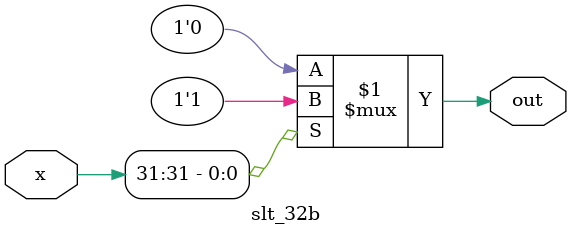
<source format=v>
`timescale 1ns / 1ps

module ALU_32b(
    output [31:0] ALUOut,
    output Zero,
    input [31:0] A,
    input [31:0] B,
    input [3:0] Control
    );
    
    wire [31:0] out00,out01,out0,out1,out20,out21,out2,out3,bin,w1,w2,result;
    wire mode, carry, set, bshft, err;
    
    assign mode = Control[1] | Control[0];
    assign err = (Control[3] & Control[2]) | (~Control[3] & ~Control[2] & Control[1]) | (~Control[2] & Control[1] & Control[0]) | (Control[2] & ~Control[1] & Control[0]);
    
    and_32b u1(out00,A,B);
    or_32b u2(out01,A,B);
    assign out0 = Control[0] ? out01 : out00;
    
    assign bshft = |B[31:6] | B[5];
    shifter shft(A,{bshft,B[4:0]},Control[1:0],out1);
    
    assign bin = B ^ {32{mode}};
    adder_32b u3(out20,carry,A,bin,mode);
    slt_32b u4(set,out20);
    assign out21 = {31'b0,set};
    assign out2 = Control[1] ? out21 : out20;
    
    assign out3 = 32'b0;
    
    assign w1 = Control[2] ? out1 : out0;
    assign w2 = Control[2] ? out3 : out2;
    assign result = Control[3] ? w2 : w1;
    
    assign Zero = ~|result;
    assign ALUOut = err ? 32'hFFFFFFFF : result;
    
    
endmodule

module and_32b(
    output [31:0] out,
    input [31:0] x,
    input [31:0] y
    );

assign out = x & y;
    
endmodule

module or_32b(
    output [31:0] out,
    input [31:0] x,
    input [31:0] y
    );

assign out = x | y;
    
endmodule


module slt_32b(
    output out,
    input [31:0] x
    );

assign out = x[31] ? 1'b1 : 1'b0;
    
endmodule

</source>
